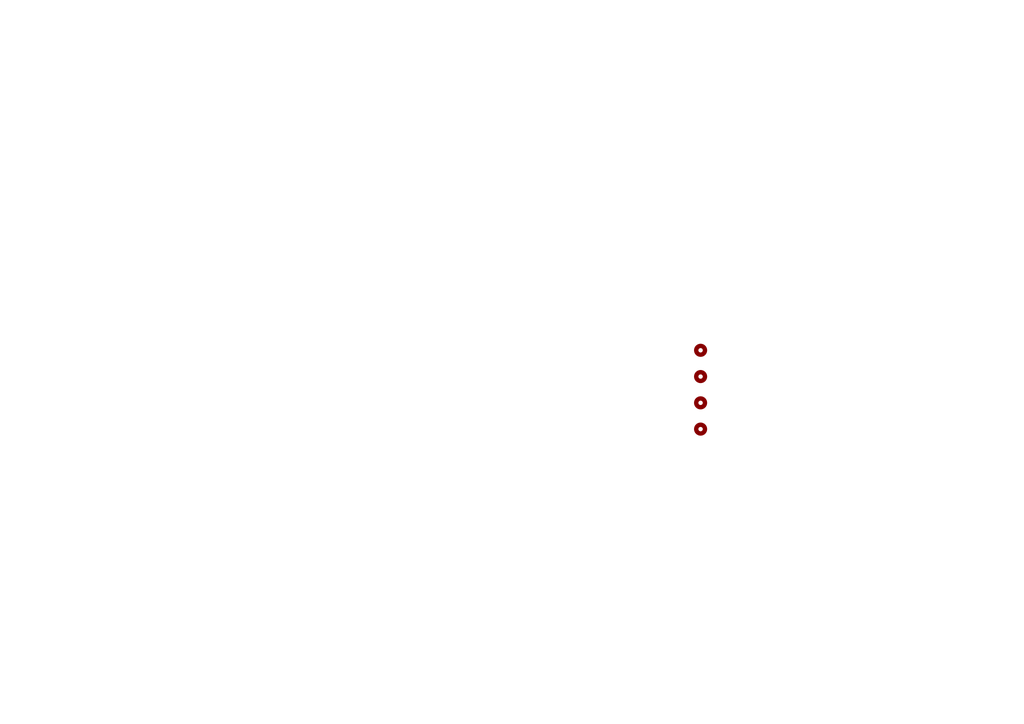
<source format=kicad_sch>
(kicad_sch (version 20250114) (generator "eeschema") (generator_version "9.0")
  (paper "A4")
  (title_block (title "${article} v${version}"))
  (lib_symbols
    (symbol "kicad_inventree_lib:MountingHole_M2" (pin_names (offset 1.016)) (exclude_from_sim yes) (in_bom no)
      (symbol "MountingHole_M2_0_1"
        (circle (center 0 0) (radius 1.27) (stroke (width 1.27)))
      )
    )
  )
  (symbol (lib_id "kicad_inventree_lib:MountingHole_M2") (at 203.2 116.84 0) (unit 1) (exclude_from_sim yes) (in_bom no)
    (property "Reference" "H7" (effects (hide yes)))
    (property "Value" "MountingHole_M2" (effects (hide yes)))
    (property "Footprint" "kicad_inventree_lib:MountingHole_M2" (effects (hide yes)))
    (property "Description" "Mounting Hole without connection" (effects (hide yes)))
  )
  (symbol (lib_id "kicad_inventree_lib:MountingHole_M2") (at 203.2 101.6 0) (unit 1) (exclude_from_sim yes) (in_bom no)
    (property "Reference" "H5" (effects (hide yes)))
    (property "Value" "MountingHole_M2" (effects (hide yes)))
    (property "Footprint" "kicad_inventree_lib:MountingHole_M2" (effects (hide yes)))
    (property "Description" "Mounting Hole without connection" (effects (hide yes)))
  )
  (symbol (lib_id "kicad_inventree_lib:MountingHole_M2") (at 203.2 109.22 0) (unit 1) (exclude_from_sim yes) (in_bom no)
    (property "Reference" "H6" (effects (hide yes)))
    (property "Value" "MountingHole_M2" (effects (hide yes)))
    (property "Footprint" "kicad_inventree_lib:MountingHole_M2" (effects (hide yes)))
    (property "Description" "Mounting Hole without connection" (effects (hide yes)))
  )
  (symbol (lib_id "kicad_inventree_lib:MountingHole_M2") (at 203.2 124.46 0) (unit 1) (exclude_from_sim yes) (in_bom no)
    (property "Reference" "H8" (effects (hide yes)))
    (property "Value" "MountingHole_M2" (effects (hide yes)))
    (property "Footprint" "kicad_inventree_lib:MountingHole_M2" (effects (hide yes)))
    (property "Description" "Mounting Hole without connection" (effects (hide yes)))
  )
)
</source>
